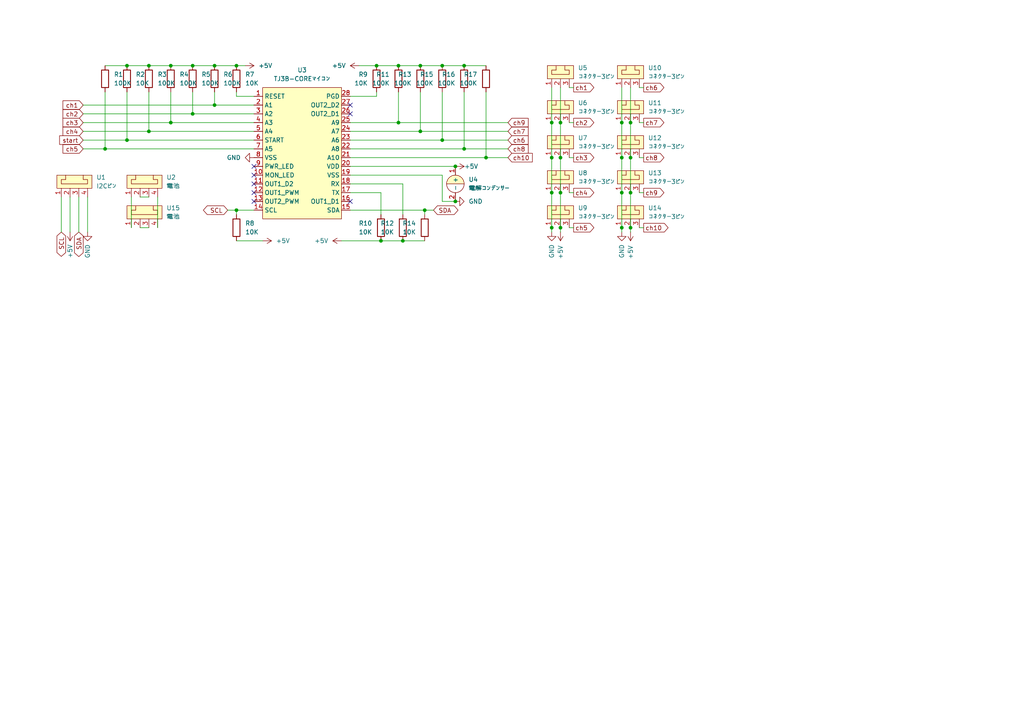
<source format=kicad_sch>
(kicad_sch (version 20211123) (generator eeschema)
  (paper "A4")
  (lib_symbols
    (symbol "Device:R" (pin_numbers hide) (pin_names (offset 0))
      (property "Reference" "R" (at 2.032 0 90))
      (property "Value" "R" (at 0 0 90))
      (symbol "R_0_1"
        (rectangle (start -1.016 -2.54) (end 1.016 2.54) (stroke (width 0.254)))
      )
      (symbol "R_1_1"
        (pin passive line (at 0 3.81 270) (length 1.27) (name "~") (number "1"))
        (pin passive line (at 0 -3.81 90) (length 1.27) (name "~") (number "2"))
      )
    )
    (symbol "power:+5V" (power) (pin_names (offset 0))
      (property "Value" "+5V" (at 0 3.556 0))
      (symbol "+5V_0_1"
        (polyline (pts (xy -0.762 1.27) (xy 0 2.54)))
        (polyline (pts (xy 0 0) (xy 0 2.54)))
        (polyline (pts (xy 0 2.54) (xy 0.762 1.27)))
      )
      (symbol "+5V_1_1"
        (pin power_in line (at 0 0 90) (length 0) hide (name "+5V") (number "1"))
      )
    )
    (symbol "power:GND" (power) (pin_names (offset 0))
      (property "Value" "GND" (at 0 -3.81 0))
      (symbol "GND_0_1"
        (polyline (pts (xy 0 0) (xy 0 -1.27) (xy 1.27 -1.27) (xy 0 -2.54) (xy -1.27 -1.27) (xy 0 -1.27)))
      )
      (symbol "GND_1_1"
        (pin power_in line (at 0 0 270) (length 0) hide (name "GND") (number "1"))
      )
    )
    (symbol "自分のシンボルエディター:TJ3B-COREマイコン"
      (property "Reference" "U" (at 10.16 -1.27 0))
      (property "Value" "TJ3B-COREマイコン" (at 0 -1.27 0))
      (symbol "TJ3B-COREマイコン_0_1"
        (rectangle (start -11.43 -2.54) (end 11.43 -40.64) (fill (type background)))
      )
      (symbol "TJ3B-COREマイコン_1_1"
        (pin input line (at -13.97 -5.08 0) (length 2.54) (name "RESET") (number "1"))
        (pin input line (at -13.97 -27.94 0) (length 2.54) (name "MON_LED") (number "10"))
        (pin input line (at -13.97 -30.48 0) (length 2.54) (name "OUT1_D2") (number "11"))
        (pin input line (at -13.97 -33.02 0) (length 2.54) (name "OUT1_PWM") (number "12"))
        (pin input line (at -13.97 -35.56 0) (length 2.54) (name "OUT2_PWM") (number "13"))
        (pin input line (at -13.97 -38.1 0) (length 2.54) (name "SCL") (number "14"))
        (pin input line (at 13.97 -38.1 180) (length 2.54) (name "SDA") (number "15"))
        (pin input line (at 13.97 -35.56 180) (length 2.54) (name "OUT1_D1") (number "16"))
        (pin input line (at 13.97 -33.02 180) (length 2.54) (name "TX") (number "17"))
        (pin input line (at 13.97 -30.48 180) (length 2.54) (name "RX") (number "18"))
        (pin input line (at 13.97 -27.94 180) (length 2.54) (name "VSS") (number "19"))
        (pin input line (at -13.97 -7.62 0) (length 2.54) (name "A1") (number "2"))
        (pin input line (at 13.97 -25.4 180) (length 2.54) (name "VDD") (number "20"))
        (pin input line (at 13.97 -22.86 180) (length 2.54) (name "A10") (number "21"))
        (pin input line (at 13.97 -20.32 180) (length 2.54) (name "A8") (number "22"))
        (pin input line (at 13.97 -17.78 180) (length 2.54) (name "A6") (number "23"))
        (pin input line (at 13.97 -15.24 180) (length 2.54) (name "A7") (number "24"))
        (pin input line (at 13.97 -12.7 180) (length 2.54) (name "A9") (number "25"))
        (pin input line (at 13.97 -10.16 180) (length 2.54) (name "OUT2_D1") (number "26"))
        (pin input line (at 13.97 -7.62 180) (length 2.54) (name "OUT2_D2") (number "27"))
        (pin input line (at 13.97 -5.08 180) (length 2.54) (name "PGD") (number "28"))
        (pin input line (at -13.97 -10.16 0) (length 2.54) (name "A2") (number "3"))
        (pin input line (at -13.97 -12.7 0) (length 2.54) (name "A3") (number "4"))
        (pin input line (at -13.97 -15.24 0) (length 2.54) (name "A4") (number "5"))
        (pin input line (at -13.97 -17.78 0) (length 2.54) (name "START") (number "6"))
        (pin input line (at -13.97 -20.32 0) (length 2.54) (name "A5") (number "7"))
        (pin input line (at -13.97 -22.86 0) (length 2.54) (name "VSS") (number "8"))
        (pin input line (at -13.97 -25.4 0) (length 2.54) (name "PWR_LED") (number "9"))
      )
    )
    (symbol "自分のシンボルエディター:コネクター3ピン"
      (property "Reference" "U" (at 6.35 0 0))
      (property "Value" "コネクター3ピン" (at 0 0 0))
      (symbol "コネクター3ピン_0_1"
        (rectangle (start -3.81 -1.27) (end 3.81 -5.08) (fill (type background)))
        (polyline (pts (xy -1.27 -2.54) (xy -1.27 -1.27)))
        (polyline (pts (xy -1.27 -2.54) (xy -2.54 -2.54) (xy -2.54 -3.81) (xy 2.54 -3.81) (xy 2.54 -2.54) (xy 1.27 -2.54) (xy 1.27 -1.27)))
      )
      (symbol "コネクター3ピン_1_1"
        (pin input line (at -2.54 -7.62 90) (length 2.54) (name "") (number "1"))
        (pin input line (at 0 -7.62 90) (length 2.54) (name "") (number "2"))
        (pin input line (at 2.54 -7.62 90) (length 2.54) (name "") (number "3"))
      )
    )
    (symbol "自分のシンボルエディター:コネクター4ピン"
      (property "Reference" "U" (at 6.35 0 0))
      (property "Value" "コネクター4ピン" (at 0 0 0))
      (symbol "コネクター4ピン_0_1"
        (rectangle (start -5.08 -1.27) (end 5.08 -5.08) (fill (type background)))
        (polyline (pts (xy -2.54 -2.54) (xy -2.54 -1.27)))
        (polyline (pts (xy -2.54 -2.54) (xy -3.81 -2.54) (xy -3.81 -3.81) (xy 3.81 -3.81) (xy 3.81 -2.54) (xy 2.54 -2.54) (xy 2.54 -1.27)))
      )
      (symbol "コネクター4ピン_1_1"
        (pin input line (at -3.81 -7.62 90) (length 2.54) (name "") (number "1"))
        (pin input line (at -1.27 -7.62 90) (length 2.54) (name "") (number "2"))
        (pin input line (at 1.27 -7.62 90) (length 2.54) (name "") (number "3"))
        (pin input line (at 3.81 -7.62 90) (length 2.54) (name "") (number "4"))
      )
    )
    (symbol "自分のシンボルエディター:電解コンデンサー"
      (property "Reference" "U" (at 7.62 0 0))
      (property "Value" "電解コンデンサー" (at 0 0 0))
      (symbol "電解コンデンサー_0_1"
        (arc (start -2.54 -3.81) (mid -1.7961 -5.6061) (end 0 -6.35) (fill (type background)))
        (arc (start -0.0002 -6.3498) (mid 1.7959 -5.6059) (end 2.5398 -3.8098))
        (arc (start 0 -1.27) (mid -1.7961 -2.0139) (end -2.54 -3.81) (fill (type background)))
        (polyline (pts (xy 0 -1.27) (xy 0 -6.35)))
        (arc (start 2.5398 -3.8102) (mid 1.7959 -2.0141) (end -0.0002 -1.2702))
      )
      (symbol "電解コンデンサー_1_1"
        (pin input line (at -5.08 -3.81 0) (length 2.54) (name "+") (number "1"))
        (pin input line (at 5.08 -3.81 180) (length 2.54) (name "-") (number "2"))
      )
    )
  )
  (junction (at 182.88 55.88))
  (junction (at 62.23 19.05))
  (junction (at 162.56 45.72))
  (junction (at 49.53 19.05))
  (junction (at 132.08 48.26))
  (junction (at 121.92 38.1))
  (junction (at 43.18 38.1))
  (junction (at 121.92 19.05))
  (junction (at 180.34 66.04))
  (junction (at 115.57 19.05))
  (junction (at 128.27 40.64))
  (junction (at 160.02 35.56))
  (junction (at 162.56 66.04))
  (junction (at 128.27 19.05))
  (junction (at 62.23 30.48))
  (junction (at 134.62 43.18))
  (junction (at 180.34 55.88))
  (junction (at 162.56 35.56))
  (junction (at 55.88 33.02))
  (junction (at 116.84 69.85))
  (junction (at 110.49 69.85))
  (junction (at 160.02 55.88))
  (junction (at 180.34 45.72))
  (junction (at 182.88 35.56))
  (junction (at 134.62 19.05))
  (junction (at 43.18 19.05))
  (junction (at 160.02 66.04))
  (junction (at 123.19 60.96))
  (junction (at 109.22 19.05))
  (junction (at 68.58 60.96))
  (junction (at 115.57 35.56))
  (junction (at 36.83 40.64))
  (junction (at 132.08 58.42))
  (junction (at 30.48 43.18))
  (junction (at 182.88 66.04))
  (junction (at 162.56 55.88))
  (junction (at 36.83 19.05))
  (junction (at 140.97 45.72))
  (junction (at 160.02 45.72))
  (junction (at 55.88 19.05))
  (junction (at 68.58 19.05))
  (junction (at 180.34 35.56))
  (junction (at 49.53 35.56))
  (junction (at 182.88 45.72))
  (no_connect (at 101.6 33.02))
  (no_connect (at 73.66 55.88))
  (no_connect (at 73.66 50.8))
  (no_connect (at 73.66 58.42))
  (no_connect (at 101.6 58.42))
  (no_connect (at 73.66 48.26))
  (no_connect (at 73.66 53.34))
  (no_connect (at 101.6 30.48))
  (wire (pts (xy 162.56 67.31) (xy 162.56 66.04)))
  (wire (pts (xy 36.83 26.67) (xy 36.83 40.64)))
  (wire (pts (xy 115.57 19.05) (xy 121.92 19.05)))
  (wire (pts (xy 62.23 19.05) (xy 68.58 19.05)))
  (wire (pts (xy 128.27 58.42) (xy 132.08 58.42)))
  (wire (pts (xy 109.22 26.67) (xy 109.22 27.94)))
  (wire (pts (xy 55.88 33.02) (xy 73.66 33.02)))
  (wire (pts (xy 182.88 35.56) (xy 182.88 45.72)))
  (wire (pts (xy 49.53 35.56) (xy 49.53 26.67)))
  (wire (pts (xy 109.22 19.05) (xy 115.57 19.05)))
  (wire (pts (xy 166.37 25.4) (xy 165.1 25.4)))
  (wire (pts (xy 162.56 25.4) (xy 162.56 35.56)))
  (wire (pts (xy 104.14 19.05) (xy 109.22 19.05)))
  (wire (pts (xy 22.86 57.15) (xy 22.86 67.31)))
  (wire (pts (xy 68.58 26.67) (xy 68.58 27.94)))
  (wire (pts (xy 55.88 33.02) (xy 55.88 26.67)))
  (wire (pts (xy 20.32 57.15) (xy 20.32 67.31)))
  (wire (pts (xy 25.4 57.15) (xy 25.4 67.31)))
  (wire (pts (xy 160.02 25.4) (xy 160.02 35.56)))
  (wire (pts (xy 186.69 45.72) (xy 185.42 45.72)))
  (wire (pts (xy 186.69 25.4) (xy 185.42 25.4)))
  (wire (pts (xy 101.6 43.18) (xy 134.62 43.18)))
  (wire (pts (xy 162.56 45.72) (xy 162.56 55.88)))
  (wire (pts (xy 38.1 57.15) (xy 38.1 66.04)))
  (wire (pts (xy 101.6 55.88) (xy 110.49 55.88)))
  (wire (pts (xy 62.23 26.67) (xy 62.23 30.48)))
  (wire (pts (xy 123.19 60.96) (xy 123.19 62.23)))
  (wire (pts (xy 101.6 27.94) (xy 109.22 27.94)))
  (wire (pts (xy 68.58 27.94) (xy 73.66 27.94)))
  (wire (pts (xy 45.72 57.15) (xy 45.72 66.04)))
  (wire (pts (xy 147.32 38.1) (xy 121.92 38.1)))
  (wire (pts (xy 180.34 25.4) (xy 180.34 35.56)))
  (wire (pts (xy 182.88 67.31) (xy 182.88 66.04)))
  (wire (pts (xy 49.53 19.05) (xy 55.88 19.05)))
  (wire (pts (xy 30.48 19.05) (xy 36.83 19.05)))
  (wire (pts (xy 30.48 43.18) (xy 73.66 43.18)))
  (wire (pts (xy 40.64 57.15) (xy 43.18 57.15)))
  (wire (pts (xy 186.69 66.04) (xy 185.42 66.04)))
  (wire (pts (xy 160.02 45.72) (xy 160.02 55.88)))
  (wire (pts (xy 110.49 69.85) (xy 116.84 69.85)))
  (wire (pts (xy 160.02 55.88) (xy 160.02 66.04)))
  (wire (pts (xy 24.13 43.18) (xy 30.48 43.18)))
  (wire (pts (xy 68.58 60.96) (xy 73.66 60.96)))
  (wire (pts (xy 128.27 50.8) (xy 128.27 58.42)))
  (wire (pts (xy 17.78 57.15) (xy 17.78 67.31)))
  (wire (pts (xy 40.64 66.04) (xy 43.18 66.04)))
  (wire (pts (xy 30.48 26.67) (xy 30.48 43.18)))
  (wire (pts (xy 180.34 67.31) (xy 180.34 66.04)))
  (wire (pts (xy 182.88 45.72) (xy 182.88 55.88)))
  (wire (pts (xy 71.12 19.05) (xy 68.58 19.05)))
  (wire (pts (xy 115.57 26.67) (xy 115.57 35.56)))
  (wire (pts (xy 99.06 69.85) (xy 110.49 69.85)))
  (wire (pts (xy 162.56 35.56) (xy 162.56 45.72)))
  (wire (pts (xy 186.69 35.56) (xy 185.42 35.56)))
  (wire (pts (xy 128.27 19.05) (xy 121.92 19.05)))
  (wire (pts (xy 66.04 60.96) (xy 68.58 60.96)))
  (wire (pts (xy 101.6 48.26) (xy 132.08 48.26)))
  (wire (pts (xy 166.37 45.72) (xy 165.1 45.72)))
  (wire (pts (xy 62.23 30.48) (xy 73.66 30.48)))
  (wire (pts (xy 36.83 19.05) (xy 43.18 19.05)))
  (wire (pts (xy 110.49 55.88) (xy 110.49 62.23)))
  (wire (pts (xy 101.6 40.64) (xy 128.27 40.64)))
  (wire (pts (xy 101.6 45.72) (xy 140.97 45.72)))
  (wire (pts (xy 134.62 26.67) (xy 134.62 43.18)))
  (wire (pts (xy 101.6 38.1) (xy 121.92 38.1)))
  (wire (pts (xy 43.18 26.67) (xy 43.18 38.1)))
  (wire (pts (xy 140.97 19.05) (xy 134.62 19.05)))
  (wire (pts (xy 24.13 30.48) (xy 62.23 30.48)))
  (wire (pts (xy 186.69 55.88) (xy 185.42 55.88)))
  (wire (pts (xy 24.13 38.1) (xy 43.18 38.1)))
  (wire (pts (xy 160.02 67.31) (xy 160.02 66.04)))
  (wire (pts (xy 162.56 55.88) (xy 162.56 66.04)))
  (wire (pts (xy 49.53 35.56) (xy 73.66 35.56)))
  (wire (pts (xy 166.37 35.56) (xy 165.1 35.56)))
  (wire (pts (xy 180.34 35.56) (xy 180.34 45.72)))
  (wire (pts (xy 68.58 69.85) (xy 76.2 69.85)))
  (wire (pts (xy 147.32 40.64) (xy 128.27 40.64)))
  (wire (pts (xy 115.57 35.56) (xy 147.32 35.56)))
  (wire (pts (xy 180.34 55.88) (xy 180.34 66.04)))
  (wire (pts (xy 134.62 19.05) (xy 128.27 19.05)))
  (wire (pts (xy 101.6 60.96) (xy 123.19 60.96)))
  (wire (pts (xy 36.83 40.64) (xy 73.66 40.64)))
  (wire (pts (xy 166.37 66.04) (xy 165.1 66.04)))
  (wire (pts (xy 182.88 55.88) (xy 182.88 66.04)))
  (wire (pts (xy 101.6 50.8) (xy 128.27 50.8)))
  (wire (pts (xy 140.97 26.67) (xy 140.97 45.72)))
  (wire (pts (xy 43.18 19.05) (xy 49.53 19.05)))
  (wire (pts (xy 101.6 53.34) (xy 116.84 53.34)))
  (wire (pts (xy 121.92 38.1) (xy 121.92 26.67)))
  (wire (pts (xy 43.18 38.1) (xy 73.66 38.1)))
  (wire (pts (xy 128.27 26.67) (xy 128.27 40.64)))
  (wire (pts (xy 55.88 19.05) (xy 62.23 19.05)))
  (wire (pts (xy 182.88 25.4) (xy 182.88 35.56)))
  (wire (pts (xy 116.84 69.85) (xy 123.19 69.85)))
  (wire (pts (xy 24.13 35.56) (xy 49.53 35.56)))
  (wire (pts (xy 24.13 33.02) (xy 55.88 33.02)))
  (wire (pts (xy 116.84 53.34) (xy 116.84 62.23)))
  (wire (pts (xy 160.02 35.56) (xy 160.02 45.72)))
  (wire (pts (xy 147.32 45.72) (xy 140.97 45.72)))
  (wire (pts (xy 147.32 43.18) (xy 134.62 43.18)))
  (wire (pts (xy 166.37 55.88) (xy 165.1 55.88)))
  (wire (pts (xy 180.34 45.72) (xy 180.34 55.88)))
  (wire (pts (xy 24.13 40.64) (xy 36.83 40.64)))
  (wire (pts (xy 115.57 35.56) (xy 101.6 35.56)))
  (wire (pts (xy 68.58 62.23) (xy 68.58 60.96)))
  (wire (pts (xy 123.19 60.96) (xy 125.73 60.96)))
  (global_label "ch7" (shape output) (at 186.69 35.56 0) (property "Intersheet References" "${INTERSHEET_REFS}" (effects hide)))
  (global_label "ch4" (shape output) (at 166.37 55.88 0) (property "Intersheet References" "${INTERSHEET_REFS}" (effects hide)))
  (global_label "ch2" (shape input) (at 24.13 33.02 180) (property "Intersheet References" "${INTERSHEET_REFS}" (effects hide)))
  (global_label "SDA" (shape bidirectional) (at 125.73 60.96 0) (property "Intersheet References" "${INTERSHEET_REFS}" (effects hide)))
  (global_label "start" (shape input) (at 24.13 40.64 180) (property "Intersheet References" "${INTERSHEET_REFS}" (effects hide)))
  (global_label "ch8" (shape output) (at 186.69 45.72 0) (property "Intersheet References" "${INTERSHEET_REFS}" (effects hide)))
  (global_label "ch6" (shape output) (at 186.69 25.4 0) (property "Intersheet References" "${INTERSHEET_REFS}" (effects hide)))
  (global_label "ch8" (shape input) (at 147.32 43.18 0) (property "Intersheet References" "${INTERSHEET_REFS}" (effects hide)))
  (global_label "ch1" (shape output) (at 166.37 25.4 0) (property "Intersheet References" "${INTERSHEET_REFS}" (effects hide)))
  (global_label "ch2" (shape output) (at 166.37 35.56 0) (property "Intersheet References" "${INTERSHEET_REFS}" (effects hide)))
  (global_label "SCL" (shape bidirectional) (at 66.04 60.96 180) (property "Intersheet References" "${INTERSHEET_REFS}" (effects hide)))
  (global_label "ch10" (shape output) (at 186.69 66.04 0) (property "Intersheet References" "${INTERSHEET_REFS}" (effects hide)))
  (global_label "ch5" (shape input) (at 24.13 43.18 180) (property "Intersheet References" "${INTERSHEET_REFS}" (effects hide)))
  (global_label "SDA" (shape bidirectional) (at 22.86 67.31 270) (property "Intersheet References" "${INTERSHEET_REFS}" (effects hide)))
  (global_label "ch9" (shape input) (at 147.32 35.56 0) (property "Intersheet References" "${INTERSHEET_REFS}" (effects hide)))
  (global_label "ch3" (shape output) (at 166.37 45.72 0) (property "Intersheet References" "${INTERSHEET_REFS}" (effects hide)))
  (global_label "ch1" (shape input) (at 24.13 30.48 180) (property "Intersheet References" "${INTERSHEET_REFS}" (effects hide)))
  (global_label "ch6" (shape input) (at 147.32 40.64 0) (property "Intersheet References" "${INTERSHEET_REFS}" (effects hide)))
  (global_label "ch9" (shape output) (at 186.69 55.88 0) (property "Intersheet References" "${INTERSHEET_REFS}" (effects hide)))
  (global_label "ch7" (shape input) (at 147.32 38.1 0) (property "Intersheet References" "${INTERSHEET_REFS}" (effects hide)))
  (global_label "ch4" (shape input) (at 24.13 38.1 180) (property "Intersheet References" "${INTERSHEET_REFS}" (effects hide)))
  (global_label "SCL" (shape bidirectional) (at 17.78 67.31 270) (property "Intersheet References" "${INTERSHEET_REFS}" (effects hide)))
  (global_label "ch5" (shape output) (at 166.37 66.04 0) (property "Intersheet References" "${INTERSHEET_REFS}" (effects hide)))
  (global_label "ch3" (shape input) (at 24.13 35.56 180) (property "Intersheet References" "${INTERSHEET_REFS}" (effects hide)))
  (global_label "ch10" (shape input) (at 147.32 45.72 0) (property "Intersheet References" "${INTERSHEET_REFS}" (effects hide)))
  (symbol (lib_id "自分のシンボルエディター:コネクター3ピン") (at 182.88 27.94 0) (unit 1)
    (property "Reference" "U11" (at 187.96 29.8449 0) (effects (justify left)))
    (property "Value" "コネクター3ピン" (at 187.96 32.3849 0) (effects (justify left)))
    (property "Footprint" "自分のフットプリント:コネクター3ピン" (effects hide))
  )
  (symbol (lib_id "power:+5V") (at 99.06 69.85 90) (mirror x) (unit 1)
    (property "Reference" "#PWR0103" (effects hide))
    (property "Value" "+5V" (at 95.25 69.8499 90) (effects (justify left)))
  )
  (symbol (lib_id "Device:R") (at 68.58 22.86 180) (unit 1)
    (property "Reference" "R7" (at 71.12 21.5899 0) (effects (justify right)))
    (property "Value" "10K" (at 71.12 24.1299 0) (effects (justify right)))
    (property "Footprint" "自分のフットプリント:抵抗" (effects hide))
  )
  (symbol (lib_id "Device:R") (at 49.53 22.86 180) (unit 1)
    (property "Reference" "R4" (at 52.07 21.5899 0) (effects (justify right)))
    (property "Value" "100K" (at 52.07 24.1299 0) (effects (justify right)))
    (property "Footprint" "自分のフットプリント:抵抗" (effects hide))
  )
  (symbol (lib_id "自分のシンボルエディター:コネクター4ピン") (at 41.91 49.53 0) (unit 1)
    (property "Reference" "U2" (at 48.26 51.4349 0) (effects (justify left)))
    (property "Value" "電池" (at 48.26 53.9749 0) (effects (justify left)))
    (property "Footprint" "自分のフットプリント:コネクター4ピン" (effects hide))
  )
  (symbol (lib_id "自分のシンボルエディター:コネクター3ピン") (at 162.56 27.94 0) (unit 1)
    (property "Reference" "U6" (at 167.64 29.8449 0) (effects (justify left)))
    (property "Value" "コネクター3ピン" (at 167.64 32.3849 0) (effects (justify left)))
    (property "Footprint" "自分のフットプリント:コネクター3ピン" (effects hide))
  )
  (symbol (lib_id "Device:R") (at 55.88 22.86 180) (unit 1)
    (property "Reference" "R5" (at 58.42 21.5899 0) (effects (justify right)))
    (property "Value" "100K" (at 58.42 24.1299 0) (effects (justify right)))
    (property "Footprint" "自分のフットプリント:抵抗" (effects hide))
  )
  (symbol (lib_id "power:GND") (at 180.34 67.31 0) (unit 1)
    (property "Reference" "#PWR0112" (effects hide))
    (property "Value" "GND" (at 180.34 74.93 90) (effects (justify left)))
  )
  (symbol (lib_id "Device:R") (at 62.23 22.86 180) (unit 1)
    (property "Reference" "R6" (at 64.77 21.5899 0) (effects (justify right)))
    (property "Value" "100K" (at 64.77 24.1299 0) (effects (justify right)))
    (property "Footprint" "自分のフットプリント:抵抗" (effects hide))
  )
  (symbol (lib_id "Device:R") (at 128.27 22.86 0) (mirror x) (unit 1)
    (property "Reference" "R15" (at 125.73 21.5899 0) (effects (justify right)))
    (property "Value" "100K" (at 125.73 24.1299 0) (effects (justify right)))
    (property "Footprint" "自分のフットプリント:抵抗" (effects hide))
  )
  (symbol (lib_id "Device:R") (at 115.57 22.86 0) (mirror x) (unit 1)
    (property "Reference" "R11" (at 113.03 21.5899 0) (effects (justify right)))
    (property "Value" "100K" (at 113.03 24.1299 0) (effects (justify right)))
    (property "Footprint" "自分のフットプリント:抵抗" (effects hide))
  )
  (symbol (lib_id "自分のシンボルエディター:電解コンデンサー") (at 135.89 53.34 270) (unit 1)
    (property "Reference" "U4" (at 135.89 52.0699 90) (effects (justify left)))
    (property "Value" "電解コンデンサー" (at 135.89 54.6099 90) (effects (justify left)))
    (property "Footprint" "自分のフットプリント:電解コンデンサー" (effects hide))
  )
  (symbol (lib_id "自分のシンボルエディター:コネクター3ピン") (at 182.88 17.78 0) (unit 1)
    (property "Reference" "U10" (at 187.96 19.6849 0) (effects (justify left)))
    (property "Value" "コネクター3ピン" (at 187.96 22.2249 0) (effects (justify left)))
    (property "Footprint" "自分のフットプリント:コネクター3ピン" (effects hide))
  )
  (symbol (lib_id "power:+5V") (at 182.88 67.31 0) (mirror x) (unit 1)
    (property "Reference" "#PWR0113" (effects hide))
    (property "Value" "+5V" (at 182.88 71.12 90) (effects (justify left)))
  )
  (symbol (lib_id "Device:R") (at 43.18 22.86 180) (unit 1)
    (property "Reference" "R3" (at 45.72 21.5899 0) (effects (justify right)))
    (property "Value" "100K" (at 45.72 24.1299 0) (effects (justify right)))
    (property "Footprint" "自分のフットプリント:抵抗" (effects hide))
  )
  (symbol (lib_id "Device:R") (at 68.58 66.04 180) (unit 1)
    (property "Reference" "R8" (at 71.12 64.7699 0) (effects (justify right)))
    (property "Value" "10K" (at 71.12 67.3099 0) (effects (justify right)))
    (property "Footprint" "自分のフットプリント:抵抗" (effects hide))
  )
  (symbol (lib_id "Device:R") (at 123.19 66.04 0) (mirror x) (unit 1)
    (property "Reference" "R14" (at 120.65 64.7699 0) (effects (justify right)))
    (property "Value" "10K" (at 120.65 67.3099 0) (effects (justify right)))
    (property "Footprint" "自分のフットプリント:抵抗" (effects hide))
  )
  (symbol (lib_id "Device:R") (at 116.84 66.04 0) (mirror x) (unit 1)
    (property "Reference" "R12" (at 114.3 64.7699 0) (effects (justify right)))
    (property "Value" "10K" (at 114.3 67.3099 0) (effects (justify right)))
    (property "Footprint" "自分のフットプリント:抵抗" (effects hide))
  )
  (symbol (lib_id "power:+5V") (at 20.32 67.31 180) (unit 1)
    (property "Reference" "#PWR0111" (effects hide))
    (property "Value" "+5V" (at 20.32 74.93 90) (effects (justify right)))
  )
  (symbol (lib_id "power:+5V") (at 104.14 19.05 90) (mirror x) (unit 1)
    (property "Reference" "#PWR0105" (effects hide))
    (property "Value" "+5V" (at 100.33 19.0499 90) (effects (justify left)))
  )
  (symbol (lib_id "Device:R") (at 110.49 66.04 0) (mirror x) (unit 1)
    (property "Reference" "R10" (at 107.95 64.7699 0) (effects (justify right)))
    (property "Value" "10K" (at 107.95 67.3099 0) (effects (justify right)))
    (property "Footprint" "自分のフットプリント:抵抗" (effects hide))
  )
  (symbol (lib_id "Device:R") (at 140.97 22.86 0) (mirror x) (unit 1)
    (property "Reference" "R17" (at 138.43 21.5899 0) (effects (justify right)))
    (property "Value" "100K" (at 138.43 24.1299 0) (effects (justify right)))
    (property "Footprint" "自分のフットプリント:抵抗" (effects hide))
  )
  (symbol (lib_id "Device:R") (at 36.83 22.86 180) (unit 1)
    (property "Reference" "R2" (at 39.37 21.5899 0) (effects (justify right)))
    (property "Value" "10K" (at 39.37 24.1299 0) (effects (justify right)))
    (property "Footprint" "自分のフットプリント:抵抗" (effects hide))
  )
  (symbol (lib_id "自分のシンボルエディター:コネクター3ピン") (at 162.56 38.1 0) (unit 1)
    (property "Reference" "U7" (at 167.64 40.0049 0) (effects (justify left)))
    (property "Value" "コネクター3ピン" (at 167.64 42.5449 0) (effects (justify left)))
    (property "Footprint" "自分のフットプリント:コネクター3ピン" (effects hide))
  )
  (symbol (lib_id "自分のシンボルエディター:コネクター4ピン") (at 21.59 49.53 0) (unit 1)
    (property "Reference" "U1" (at 27.94 51.4349 0) (effects (justify left)))
    (property "Value" "I2Cピン" (at 27.94 53.9749 0) (effects (justify left)))
    (property "Footprint" "自分のフットプリント:コネクター4ピン" (effects hide))
  )
  (symbol (lib_id "power:GND") (at 160.02 67.31 0) (unit 1)
    (property "Reference" "#PWR0115" (effects hide))
    (property "Value" "GND" (at 160.02 74.93 90) (effects (justify left)))
  )
  (symbol (lib_id "power:GND") (at 25.4 67.31 0) (unit 1)
    (property "Reference" "#PWR0110" (effects hide))
    (property "Value" "GND" (at 25.4 74.93 90) (effects (justify left)))
  )
  (symbol (lib_id "power:+5V") (at 76.2 69.85 270) (unit 1)
    (property "Reference" "#PWR0104" (effects hide))
    (property "Value" "+5V" (at 80.01 69.8499 90) (effects (justify left)))
  )
  (symbol (lib_id "自分のシンボルエディター:TJ3B-COREマイコン") (at 87.63 22.86 0) (unit 1)
    (property "Reference" "U3" (at 87.63 20.32 0))
    (property "Value" "TJ3B-COREマイコン" (at 87.63 22.86 0))
    (property "Footprint" "自分のフットプリント:TJ3B-COREマイコン" (effects hide))
  )
  (symbol (lib_id "自分のシンボルエディター:コネクター4ピン") (at 41.91 58.42 0) (unit 1)
    (property "Reference" "U15" (at 48.26 60.3249 0) (effects (justify left)))
    (property "Value" "電池" (at 48.26 62.8649 0) (effects (justify left)))
    (property "Footprint" "自分のフットプリント:コネクター4ピン" (effects hide))
  )
  (symbol (lib_id "power:+5V") (at 71.12 19.05 270) (unit 1)
    (property "Reference" "#PWR0106" (effects hide))
    (property "Value" "+5V" (at 74.93 19.0499 90) (effects (justify left)))
  )
  (symbol (lib_id "自分のシンボルエディター:コネクター3ピン") (at 162.56 17.78 0) (unit 1)
    (property "Reference" "U5" (at 167.64 19.6849 0) (effects (justify left)))
    (property "Value" "コネクター3ピン" (at 167.64 22.2249 0) (effects (justify left)))
    (property "Footprint" "自分のフットプリント:コネクター3ピン" (effects hide))
  )
  (symbol (lib_id "Device:R") (at 121.92 22.86 0) (mirror x) (unit 1)
    (property "Reference" "R13" (at 119.38 21.5899 0) (effects (justify right)))
    (property "Value" "100K" (at 119.38 24.1299 0) (effects (justify right)))
    (property "Footprint" "自分のフットプリント:抵抗" (effects hide))
  )
  (symbol (lib_id "power:+5V") (at 162.56 67.31 0) (mirror x) (unit 1)
    (property "Reference" "#PWR0114" (effects hide))
    (property "Value" "+5V" (at 162.56 71.12 90) (effects (justify left)))
  )
  (symbol (lib_id "Device:R") (at 109.22 22.86 0) (mirror x) (unit 1)
    (property "Reference" "R9" (at 106.68 21.5899 0) (effects (justify right)))
    (property "Value" "10K" (at 106.68 24.1299 0) (effects (justify right)))
    (property "Footprint" "自分のフットプリント:抵抗" (effects hide))
  )
  (symbol (lib_id "power:GND") (at 73.66 45.72 270) (unit 1)
    (property "Reference" "#PWR0107" (effects hide))
    (property "Value" "GND" (at 69.85 45.7199 90) (effects (justify right)))
  )
  (symbol (lib_id "自分のシンボルエディター:コネクター3ピン") (at 162.56 48.26 0) (unit 1)
    (property "Reference" "U8" (at 167.64 50.1649 0) (effects (justify left)))
    (property "Value" "コネクター3ピン" (at 167.64 52.7049 0) (effects (justify left)))
    (property "Footprint" "自分のフットプリント:コネクター3ピン" (effects hide))
  )
  (symbol (lib_id "power:GND") (at 132.08 58.42 90) (unit 1)
    (property "Reference" "#PWR0102" (effects hide))
    (property "Value" "GND" (at 135.89 58.4199 90) (effects (justify right)))
  )
  (symbol (lib_id "自分のシンボルエディター:コネクター3ピン") (at 162.56 58.42 0) (unit 1)
    (property "Reference" "U9" (at 167.64 60.3249 0) (effects (justify left)))
    (property "Value" "コネクター3ピン" (at 167.64 62.8649 0) (effects (justify left)))
    (property "Footprint" "自分のフットプリント:コネクター3ピン" (effects hide))
  )
  (symbol (lib_id "power:+5V") (at 132.08 48.26 270) (mirror x) (unit 1)
    (property "Reference" "#PWR0101" (effects hide))
    (property "Value" "+5V" (at 134.62 48.2601 90) (effects (justify left)))
  )
  (symbol (lib_id "自分のシンボルエディター:コネクター3ピン") (at 182.88 58.42 0) (unit 1)
    (property "Reference" "U14" (at 187.96 60.3249 0) (effects (justify left)))
    (property "Value" "コネクター3ピン" (at 187.96 62.8649 0) (effects (justify left)))
    (property "Footprint" "自分のフットプリント:コネクター3ピン" (effects hide))
  )
  (symbol (lib_id "自分のシンボルエディター:コネクター3ピン") (at 182.88 38.1 0) (unit 1)
    (property "Reference" "U12" (at 187.96 40.0049 0) (effects (justify left)))
    (property "Value" "コネクター3ピン" (at 187.96 42.5449 0) (effects (justify left)))
    (property "Footprint" "自分のフットプリント:コネクター3ピン" (effects hide))
  )
  (symbol (lib_id "Device:R") (at 134.62 22.86 0) (mirror x) (unit 1)
    (property "Reference" "R16" (at 132.08 21.5899 0) (effects (justify right)))
    (property "Value" "100K" (at 132.08 24.1299 0) (effects (justify right)))
    (property "Footprint" "自分のフットプリント:抵抗" (effects hide))
  )
  (symbol (lib_id "Device:R") (at 30.48 22.86 180) (unit 1)
    (property "Reference" "R1" (at 33.02 21.5899 0) (effects (justify right)))
    (property "Value" "100K" (at 33.02 24.1299 0) (effects (justify right)))
    (property "Footprint" "自分のフットプリント:抵抗" (effects hide))
  )
  (symbol (lib_id "自分のシンボルエディター:コネクター3ピン") (at 182.88 48.26 0) (unit 1)
    (property "Reference" "U13" (at 187.96 50.1649 0) (effects (justify left)))
    (property "Value" "コネクター3ピン" (at 187.96 52.7049 0) (effects (justify left)))
    (property "Footprint" "自分のフットプリント:コネクター3ピン" (effects hide))
  )
)
</source>
